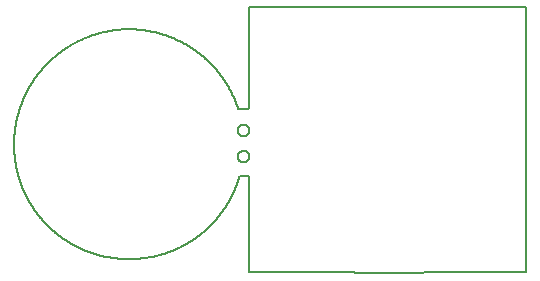
<source format=gm1>
G04 MADE WITH FRITZING*
G04 WWW.FRITZING.ORG*
G04 DOUBLE SIDED*
G04 HOLES PLATED*
G04 CONTOUR ON CENTER OF CONTOUR VECTOR*
%ASAXBY*%
%FSLAX23Y23*%
%MOIN*%
%OFA0B0*%
%SFA1.0B1.0*%
%ADD10C,0.005000*%
%ADD10C,0.008*%
%LNCONTOUR*%
G90*
G70*
G54D10*
G54D10*
X782Y886D02*
X782Y885D01*
X782Y549D01*
X781Y548D01*
X780Y548D01*
X779Y548D01*
X778Y548D01*
X777Y548D01*
X776Y548D01*
X775Y548D01*
X774Y548D01*
X773Y548D01*
X772Y548D01*
X771Y548D01*
X770Y548D01*
X769Y548D01*
X768Y548D01*
X767Y548D01*
X766Y548D01*
X765Y548D01*
X764Y548D01*
X763Y548D01*
X762Y548D01*
X761Y548D01*
X760Y548D01*
X759Y548D01*
X758Y548D01*
X757Y548D01*
X756Y548D01*
X755Y548D01*
X754Y548D01*
X753Y548D01*
X752Y548D01*
X751Y548D01*
X750Y548D01*
X749Y548D01*
X748Y548D01*
X747Y549D01*
X747Y550D01*
X746Y551D01*
X746Y553D01*
X745Y554D01*
X745Y556D01*
X744Y557D01*
X744Y558D01*
X743Y559D01*
X743Y561D01*
X742Y562D01*
X742Y564D01*
X741Y565D01*
X741Y567D01*
X740Y568D01*
X740Y569D01*
X739Y570D01*
X739Y572D01*
X738Y573D01*
X738Y574D01*
X737Y575D01*
X737Y577D01*
X736Y578D01*
X736Y579D01*
X735Y580D01*
X735Y581D01*
X734Y582D01*
X734Y584D01*
X733Y585D01*
X733Y586D01*
X732Y587D01*
X732Y588D01*
X731Y589D01*
X731Y590D01*
X730Y591D01*
X730Y592D01*
X729Y593D01*
X729Y594D01*
X728Y595D01*
X728Y597D01*
X727Y598D01*
X727Y599D01*
X726Y600D01*
X726Y601D01*
X725Y602D01*
X725Y603D01*
X724Y604D01*
X724Y605D01*
X723Y606D01*
X723Y607D01*
X722Y608D01*
X721Y609D01*
X721Y610D01*
X720Y611D01*
X720Y612D01*
X719Y613D01*
X719Y614D01*
X718Y615D01*
X718Y616D01*
X717Y617D01*
X717Y618D01*
X716Y619D01*
X715Y620D01*
X715Y621D01*
X714Y622D01*
X714Y623D01*
X713Y624D01*
X712Y625D01*
X712Y626D01*
X711Y627D01*
X711Y628D01*
X710Y629D01*
X710Y630D01*
X709Y631D01*
X708Y632D01*
X708Y633D01*
X707Y634D01*
X706Y635D01*
X706Y636D01*
X705Y637D01*
X704Y638D01*
X704Y639D01*
X703Y640D01*
X702Y641D01*
X702Y642D01*
X701Y643D01*
X701Y644D01*
X700Y645D01*
X699Y646D01*
X698Y647D01*
X698Y648D01*
X697Y649D01*
X696Y650D01*
X696Y651D01*
X695Y652D01*
X694Y653D01*
X693Y654D01*
X693Y655D01*
X692Y656D01*
X691Y657D01*
X691Y658D01*
X690Y659D01*
X689Y660D01*
X688Y661D01*
X688Y662D01*
X687Y663D01*
X686Y664D01*
X685Y665D01*
X684Y666D01*
X684Y667D01*
X683Y668D01*
X682Y669D01*
X681Y670D01*
X680Y671D01*
X680Y672D01*
X679Y673D01*
X678Y674D01*
X677Y675D01*
X676Y676D01*
X675Y677D01*
X675Y678D01*
X674Y679D01*
X673Y680D01*
X672Y681D01*
X671Y682D01*
X670Y683D01*
X669Y684D01*
X669Y685D01*
X668Y686D01*
X667Y687D01*
X666Y688D01*
X665Y689D01*
X664Y690D01*
X663Y691D01*
X662Y692D01*
X661Y693D01*
X660Y694D01*
X659Y695D01*
X658Y696D01*
X657Y697D01*
X656Y698D01*
X655Y699D01*
X654Y700D01*
X653Y701D01*
X652Y702D01*
X651Y703D01*
X650Y704D01*
X649Y705D01*
X648Y706D01*
X647Y707D01*
X646Y708D01*
X645Y709D01*
X644Y710D01*
X643Y711D01*
X642Y712D01*
X641Y713D01*
X640Y714D01*
X639Y715D01*
X638Y715D01*
X637Y716D01*
X636Y717D01*
X635Y718D01*
X634Y719D01*
X633Y720D01*
X632Y721D01*
X631Y722D01*
X630Y722D01*
X629Y723D01*
X628Y724D01*
X627Y725D01*
X626Y726D01*
X625Y726D01*
X624Y727D01*
X623Y728D01*
X622Y729D01*
X621Y730D01*
X620Y731D01*
X619Y731D01*
X618Y732D01*
X617Y733D01*
X616Y734D01*
X615Y734D01*
X614Y735D01*
X613Y736D01*
X612Y737D01*
X611Y737D01*
X610Y738D01*
X609Y739D01*
X608Y740D01*
X607Y740D01*
X606Y741D01*
X605Y742D01*
X604Y742D01*
X603Y743D01*
X602Y744D01*
X601Y744D01*
X600Y745D01*
X599Y746D01*
X598Y747D01*
X597Y747D01*
X596Y748D01*
X595Y749D01*
X594Y749D01*
X593Y750D01*
X592Y751D01*
X591Y751D01*
X590Y752D01*
X589Y752D01*
X588Y753D01*
X587Y754D01*
X586Y754D01*
X585Y755D01*
X584Y756D01*
X583Y756D01*
X582Y757D01*
X581Y757D01*
X580Y758D01*
X579Y759D01*
X578Y759D01*
X577Y760D01*
X576Y760D01*
X575Y761D01*
X574Y762D01*
X573Y762D01*
X572Y763D01*
X571Y763D01*
X570Y764D01*
X569Y764D01*
X568Y765D01*
X567Y765D01*
X566Y766D01*
X565Y767D01*
X564Y767D01*
X563Y768D01*
X562Y768D01*
X561Y769D01*
X560Y769D01*
X559Y770D01*
X558Y770D01*
X557Y771D01*
X556Y771D01*
X555Y772D01*
X554Y772D01*
X553Y773D01*
X552Y773D01*
X551Y774D01*
X550Y774D01*
X549Y775D01*
X548Y775D01*
X547Y776D01*
X546Y776D01*
X545Y777D01*
X544Y777D01*
X543Y778D01*
X542Y778D01*
X541Y778D01*
X540Y779D01*
X539Y779D01*
X538Y780D01*
X537Y780D01*
X536Y781D01*
X535Y781D01*
X534Y782D01*
X533Y782D01*
X532Y782D01*
X531Y783D01*
X530Y783D01*
X529Y784D01*
X528Y784D01*
X527Y784D01*
X526Y785D01*
X525Y785D01*
X524Y786D01*
X523Y786D01*
X522Y786D01*
X521Y787D01*
X520Y787D01*
X519Y788D01*
X518Y788D01*
X517Y788D01*
X516Y789D01*
X515Y789D01*
X514Y789D01*
X513Y790D01*
X512Y790D01*
X511Y791D01*
X510Y791D01*
X509Y791D01*
X508Y792D01*
X507Y792D01*
X506Y792D01*
X505Y793D01*
X504Y793D01*
X503Y793D01*
X502Y794D01*
X501Y794D01*
X500Y794D01*
X499Y795D01*
X498Y795D01*
X497Y795D01*
X496Y795D01*
X495Y796D01*
X494Y796D01*
X493Y796D01*
X492Y797D01*
X491Y797D01*
X490Y797D01*
X489Y798D01*
X488Y798D01*
X487Y798D01*
X486Y798D01*
X485Y799D01*
X484Y799D01*
X483Y799D01*
X482Y800D01*
X481Y800D01*
X480Y800D01*
X479Y800D01*
X478Y801D01*
X477Y801D01*
X476Y801D01*
X475Y801D01*
X474Y802D01*
X473Y802D01*
X472Y802D01*
X471Y802D01*
X470Y803D01*
X469Y803D01*
X468Y803D01*
X467Y803D01*
X466Y803D01*
X465Y804D01*
X464Y804D01*
X463Y804D01*
X462Y804D01*
X461Y805D01*
X460Y805D01*
X459Y805D01*
X458Y805D01*
X457Y805D01*
X456Y806D01*
X455Y806D01*
X454Y806D01*
X453Y806D01*
X452Y806D01*
X451Y806D01*
X450Y807D01*
X449Y807D01*
X448Y807D01*
X447Y807D01*
X446Y807D01*
X445Y808D01*
X444Y808D01*
X443Y808D01*
X442Y808D01*
X441Y808D01*
X440Y808D01*
X439Y808D01*
X438Y809D01*
X437Y809D01*
X436Y809D01*
X435Y809D01*
X434Y809D01*
X433Y809D01*
X432Y809D01*
X431Y810D01*
X430Y810D01*
X429Y810D01*
X428Y810D01*
X427Y810D01*
X426Y810D01*
X425Y810D01*
X424Y810D01*
X423Y810D01*
X422Y811D01*
X421Y811D01*
X420Y811D01*
X419Y811D01*
X418Y811D01*
X417Y811D01*
X416Y811D01*
X415Y811D01*
X414Y811D01*
X413Y811D01*
X412Y811D01*
X411Y811D01*
X410Y812D01*
X409Y812D01*
X408Y812D01*
X407Y812D01*
X406Y812D01*
X405Y812D01*
X404Y812D01*
X403Y812D01*
X402Y812D01*
X401Y812D01*
X400Y812D01*
X399Y812D01*
X398Y812D01*
X397Y812D01*
X396Y812D01*
X395Y812D01*
X394Y812D01*
X393Y812D01*
X392Y812D01*
X391Y812D01*
X390Y812D01*
X389Y812D01*
X388Y812D01*
X387Y812D01*
X386Y813D01*
X385Y813D01*
X384Y813D01*
X383Y813D01*
X382Y813D01*
X381Y813D01*
X380Y813D01*
X379Y813D01*
X378Y812D01*
X377Y812D01*
X376Y812D01*
X375Y812D01*
X374Y812D01*
X373Y812D01*
X372Y812D01*
X371Y812D01*
X370Y812D01*
X369Y812D01*
X368Y812D01*
X367Y812D01*
X366Y812D01*
X365Y812D01*
X364Y812D01*
X363Y812D01*
X362Y812D01*
X361Y812D01*
X360Y812D01*
X359Y812D01*
X358Y812D01*
X357Y812D01*
X356Y812D01*
X355Y812D01*
X354Y811D01*
X353Y811D01*
X352Y811D01*
X351Y811D01*
X350Y811D01*
X349Y811D01*
X348Y811D01*
X347Y811D01*
X346Y811D01*
X345Y811D01*
X344Y811D01*
X343Y810D01*
X342Y810D01*
X341Y810D01*
X340Y810D01*
X339Y810D01*
X338Y810D01*
X337Y810D01*
X336Y810D01*
X335Y810D01*
X334Y809D01*
X333Y809D01*
X332Y809D01*
X331Y809D01*
X330Y809D01*
X329Y809D01*
X328Y809D01*
X327Y808D01*
X326Y808D01*
X325Y808D01*
X324Y808D01*
X323Y808D01*
X322Y808D01*
X321Y808D01*
X320Y807D01*
X319Y807D01*
X318Y807D01*
X317Y807D01*
X316Y807D01*
X315Y807D01*
X314Y806D01*
X313Y806D01*
X312Y806D01*
X311Y806D01*
X310Y806D01*
X309Y805D01*
X308Y805D01*
X307Y805D01*
X306Y805D01*
X305Y805D01*
X304Y804D01*
X303Y804D01*
X302Y804D01*
X301Y804D01*
X300Y804D01*
X299Y803D01*
X298Y803D01*
X297Y803D01*
X296Y803D01*
X295Y802D01*
X294Y802D01*
X293Y802D01*
X292Y802D01*
X291Y801D01*
X290Y801D01*
X289Y801D01*
X288Y801D01*
X287Y800D01*
X286Y800D01*
X285Y800D01*
X284Y800D01*
X283Y799D01*
X282Y799D01*
X281Y799D01*
X280Y799D01*
X279Y798D01*
X278Y798D01*
X277Y798D01*
X276Y797D01*
X275Y797D01*
X274Y797D01*
X273Y796D01*
X272Y796D01*
X271Y796D01*
X270Y796D01*
X269Y795D01*
X268Y795D01*
X267Y795D01*
X266Y794D01*
X265Y794D01*
X264Y794D01*
X263Y793D01*
X262Y793D01*
X261Y793D01*
X260Y792D01*
X259Y792D01*
X258Y792D01*
X257Y791D01*
X256Y791D01*
X255Y791D01*
X254Y790D01*
X253Y790D01*
X252Y790D01*
X251Y789D01*
X250Y789D01*
X249Y788D01*
X248Y788D01*
X247Y788D01*
X246Y787D01*
X245Y787D01*
X244Y786D01*
X243Y786D01*
X242Y786D01*
X241Y785D01*
X240Y785D01*
X239Y784D01*
X238Y784D01*
X237Y784D01*
X236Y783D01*
X235Y783D01*
X234Y782D01*
X233Y782D01*
X232Y782D01*
X231Y781D01*
X230Y781D01*
X229Y780D01*
X228Y780D01*
X227Y779D01*
X226Y779D01*
X225Y778D01*
X224Y778D01*
X223Y778D01*
X222Y777D01*
X221Y777D01*
X220Y776D01*
X219Y776D01*
X218Y775D01*
X217Y775D01*
X216Y774D01*
X215Y774D01*
X214Y773D01*
X213Y773D01*
X212Y772D01*
X211Y772D01*
X210Y771D01*
X209Y771D01*
X208Y770D01*
X207Y770D01*
X206Y769D01*
X205Y769D01*
X204Y768D01*
X203Y768D01*
X202Y767D01*
X201Y767D01*
X200Y766D01*
X199Y766D01*
X198Y765D01*
X197Y764D01*
X196Y764D01*
X195Y763D01*
X194Y763D01*
X193Y762D01*
X192Y762D01*
X191Y761D01*
X190Y760D01*
X189Y760D01*
X188Y759D01*
X187Y759D01*
X186Y758D01*
X185Y757D01*
X184Y757D01*
X183Y756D01*
X182Y756D01*
X181Y755D01*
X180Y754D01*
X179Y754D01*
X178Y753D01*
X177Y752D01*
X176Y752D01*
X175Y751D01*
X174Y750D01*
X173Y750D01*
X172Y749D01*
X171Y749D01*
X170Y748D01*
X169Y747D01*
X168Y747D01*
X167Y746D01*
X166Y745D01*
X165Y744D01*
X164Y744D01*
X163Y743D01*
X162Y742D01*
X161Y742D01*
X160Y741D01*
X159Y740D01*
X158Y740D01*
X157Y739D01*
X156Y738D01*
X155Y737D01*
X154Y737D01*
X153Y736D01*
X152Y735D01*
X151Y734D01*
X150Y734D01*
X149Y733D01*
X148Y732D01*
X147Y731D01*
X146Y730D01*
X145Y730D01*
X144Y729D01*
X143Y728D01*
X142Y727D01*
X141Y726D01*
X140Y726D01*
X139Y725D01*
X138Y724D01*
X137Y723D01*
X136Y722D01*
X135Y721D01*
X134Y721D01*
X133Y720D01*
X132Y719D01*
X131Y718D01*
X130Y717D01*
X129Y716D01*
X128Y715D01*
X127Y714D01*
X126Y714D01*
X125Y713D01*
X124Y712D01*
X123Y711D01*
X122Y710D01*
X121Y709D01*
X120Y708D01*
X119Y707D01*
X118Y706D01*
X117Y705D01*
X116Y704D01*
X115Y703D01*
X114Y702D01*
X113Y701D01*
X112Y700D01*
X111Y699D01*
X110Y698D01*
X109Y697D01*
X108Y696D01*
X107Y695D01*
X106Y694D01*
X105Y693D01*
X104Y692D01*
X103Y691D01*
X102Y690D01*
X101Y689D01*
X100Y688D01*
X99Y687D01*
X98Y686D01*
X98Y685D01*
X97Y684D01*
X96Y683D01*
X95Y682D01*
X94Y681D01*
X93Y680D01*
X92Y679D01*
X92Y678D01*
X91Y677D01*
X90Y676D01*
X89Y675D01*
X88Y674D01*
X87Y673D01*
X86Y672D01*
X86Y671D01*
X85Y670D01*
X84Y669D01*
X83Y668D01*
X82Y667D01*
X82Y666D01*
X81Y665D01*
X80Y664D01*
X79Y663D01*
X79Y662D01*
X78Y661D01*
X77Y660D01*
X76Y659D01*
X75Y658D01*
X75Y657D01*
X74Y656D01*
X73Y655D01*
X73Y654D01*
X72Y653D01*
X71Y652D01*
X71Y651D01*
X70Y650D01*
X69Y649D01*
X68Y648D01*
X68Y647D01*
X67Y646D01*
X66Y645D01*
X66Y644D01*
X65Y643D01*
X64Y642D01*
X64Y641D01*
X63Y640D01*
X62Y639D01*
X62Y638D01*
X61Y637D01*
X60Y636D01*
X60Y635D01*
X59Y634D01*
X58Y633D01*
X58Y632D01*
X57Y631D01*
X57Y630D01*
X56Y629D01*
X55Y628D01*
X55Y627D01*
X54Y626D01*
X54Y625D01*
X53Y624D01*
X52Y623D01*
X52Y622D01*
X51Y621D01*
X51Y620D01*
X50Y619D01*
X50Y618D01*
X49Y617D01*
X48Y616D01*
X48Y615D01*
X47Y614D01*
X47Y613D01*
X46Y612D01*
X46Y611D01*
X45Y610D01*
X45Y609D01*
X44Y608D01*
X44Y607D01*
X43Y606D01*
X43Y605D01*
X42Y604D01*
X42Y603D01*
X41Y602D01*
X40Y601D01*
X40Y600D01*
X39Y599D01*
X39Y598D01*
X38Y597D01*
X38Y596D01*
X37Y595D01*
X37Y593D01*
X36Y592D01*
X36Y591D01*
X35Y590D01*
X35Y589D01*
X34Y588D01*
X34Y587D01*
X33Y586D01*
X33Y585D01*
X32Y584D01*
X32Y582D01*
X31Y581D01*
X31Y580D01*
X30Y579D01*
X30Y578D01*
X29Y577D01*
X29Y575D01*
X28Y574D01*
X28Y573D01*
X27Y572D01*
X27Y570D01*
X26Y569D01*
X26Y568D01*
X25Y567D01*
X25Y565D01*
X24Y564D01*
X24Y562D01*
X23Y561D01*
X23Y560D01*
X22Y559D01*
X22Y557D01*
X21Y556D01*
X21Y554D01*
X20Y553D01*
X20Y551D01*
X19Y550D01*
X19Y548D01*
X18Y547D01*
X18Y545D01*
X17Y544D01*
X17Y542D01*
X16Y541D01*
X16Y538D01*
X15Y537D01*
X15Y535D01*
X14Y534D01*
X14Y531D01*
X13Y530D01*
X13Y527D01*
X12Y526D01*
X12Y524D01*
X11Y523D01*
X11Y519D01*
X10Y518D01*
X10Y515D01*
X9Y514D01*
X9Y511D01*
X8Y510D01*
X8Y506D01*
X7Y505D01*
X7Y501D01*
X6Y500D01*
X6Y495D01*
X5Y494D01*
X5Y489D01*
X4Y488D01*
X4Y482D01*
X3Y481D01*
X3Y474D01*
X2Y473D01*
X2Y464D01*
X1Y463D01*
X1Y450D01*
X0Y449D01*
X0Y410D01*
X1Y409D01*
X1Y396D01*
X2Y395D01*
X2Y386D01*
X3Y385D01*
X3Y378D01*
X4Y377D01*
X4Y371D01*
X5Y370D01*
X5Y365D01*
X6Y364D01*
X6Y360D01*
X7Y359D01*
X7Y354D01*
X8Y353D01*
X8Y350D01*
X9Y349D01*
X9Y345D01*
X10Y344D01*
X10Y341D01*
X11Y340D01*
X11Y337D01*
X12Y336D01*
X12Y333D01*
X13Y332D01*
X13Y329D01*
X14Y328D01*
X14Y325D01*
X15Y324D01*
X15Y322D01*
X16Y321D01*
X16Y319D01*
X17Y318D01*
X17Y315D01*
X18Y314D01*
X18Y312D01*
X19Y311D01*
X19Y309D01*
X20Y308D01*
X20Y306D01*
X21Y305D01*
X21Y303D01*
X22Y302D01*
X22Y301D01*
X23Y300D01*
X23Y298D01*
X24Y297D01*
X24Y295D01*
X25Y294D01*
X25Y293D01*
X26Y292D01*
X26Y290D01*
X27Y289D01*
X27Y288D01*
X28Y287D01*
X28Y285D01*
X29Y284D01*
X29Y282D01*
X30Y281D01*
X30Y280D01*
X31Y279D01*
X31Y278D01*
X32Y277D01*
X32Y276D01*
X33Y275D01*
X33Y273D01*
X34Y272D01*
X34Y271D01*
X35Y270D01*
X35Y269D01*
X36Y268D01*
X36Y267D01*
X37Y266D01*
X37Y265D01*
X38Y264D01*
X38Y263D01*
X39Y262D01*
X39Y261D01*
X40Y260D01*
X40Y259D01*
X41Y258D01*
X41Y257D01*
X42Y256D01*
X42Y255D01*
X43Y254D01*
X43Y253D01*
X44Y252D01*
X44Y251D01*
X45Y250D01*
X45Y249D01*
X46Y248D01*
X46Y247D01*
X47Y246D01*
X47Y245D01*
X48Y244D01*
X48Y243D01*
X49Y242D01*
X50Y241D01*
X50Y240D01*
X51Y239D01*
X51Y238D01*
X52Y237D01*
X53Y236D01*
X53Y235D01*
X54Y234D01*
X54Y233D01*
X55Y232D01*
X55Y231D01*
X56Y230D01*
X57Y229D01*
X57Y228D01*
X58Y227D01*
X59Y226D01*
X59Y225D01*
X60Y224D01*
X60Y223D01*
X61Y222D01*
X62Y221D01*
X62Y220D01*
X63Y219D01*
X64Y218D01*
X64Y217D01*
X65Y216D01*
X66Y215D01*
X66Y214D01*
X67Y213D01*
X68Y212D01*
X68Y211D01*
X69Y210D01*
X70Y209D01*
X71Y208D01*
X71Y207D01*
X72Y206D01*
X73Y205D01*
X73Y204D01*
X74Y203D01*
X75Y202D01*
X76Y201D01*
X76Y200D01*
X77Y199D01*
X78Y198D01*
X79Y197D01*
X79Y196D01*
X80Y195D01*
X81Y194D01*
X82Y193D01*
X83Y192D01*
X83Y191D01*
X84Y190D01*
X85Y189D01*
X86Y188D01*
X87Y187D01*
X87Y186D01*
X88Y185D01*
X89Y184D01*
X90Y183D01*
X91Y182D01*
X92Y181D01*
X92Y180D01*
X93Y179D01*
X94Y178D01*
X95Y177D01*
X96Y176D01*
X97Y175D01*
X98Y174D01*
X99Y173D01*
X99Y172D01*
X100Y171D01*
X101Y170D01*
X102Y169D01*
X103Y168D01*
X104Y167D01*
X105Y166D01*
X106Y165D01*
X107Y164D01*
X108Y163D01*
X109Y162D01*
X110Y161D01*
X111Y160D01*
X112Y159D01*
X113Y158D01*
X114Y157D01*
X115Y156D01*
X116Y155D01*
X117Y154D01*
X118Y153D01*
X119Y152D01*
X120Y151D01*
X121Y150D01*
X122Y149D01*
X123Y148D01*
X124Y147D01*
X125Y146D01*
X126Y146D01*
X127Y145D01*
X128Y144D01*
X129Y143D01*
X130Y142D01*
X131Y141D01*
X132Y140D01*
X133Y139D01*
X134Y139D01*
X135Y138D01*
X136Y137D01*
X137Y136D01*
X138Y135D01*
X139Y134D01*
X140Y133D01*
X141Y133D01*
X142Y132D01*
X143Y131D01*
X144Y130D01*
X145Y130D01*
X146Y129D01*
X147Y128D01*
X148Y127D01*
X149Y126D01*
X150Y126D01*
X151Y125D01*
X152Y124D01*
X153Y123D01*
X154Y122D01*
X155Y122D01*
X156Y121D01*
X157Y120D01*
X158Y120D01*
X159Y119D01*
X160Y118D01*
X161Y118D01*
X162Y117D01*
X163Y116D01*
X164Y115D01*
X165Y115D01*
X166Y114D01*
X167Y113D01*
X168Y113D01*
X169Y112D01*
X170Y111D01*
X171Y111D01*
X172Y110D01*
X173Y109D01*
X174Y109D01*
X175Y108D01*
X176Y107D01*
X177Y107D01*
X178Y106D01*
X179Y105D01*
X180Y105D01*
X181Y104D01*
X182Y104D01*
X183Y103D01*
X184Y102D01*
X185Y102D01*
X186Y101D01*
X187Y101D01*
X188Y100D01*
X189Y99D01*
X190Y99D01*
X191Y98D01*
X192Y98D01*
X193Y97D01*
X194Y96D01*
X195Y96D01*
X196Y95D01*
X197Y95D01*
X198Y94D01*
X199Y94D01*
X200Y93D01*
X201Y93D01*
X202Y92D01*
X203Y91D01*
X204Y91D01*
X205Y90D01*
X206Y90D01*
X207Y89D01*
X208Y89D01*
X209Y88D01*
X210Y88D01*
X211Y87D01*
X212Y87D01*
X213Y86D01*
X214Y86D01*
X215Y85D01*
X216Y85D01*
X217Y84D01*
X218Y84D01*
X219Y83D01*
X220Y83D01*
X221Y83D01*
X222Y82D01*
X223Y82D01*
X224Y81D01*
X225Y81D01*
X226Y80D01*
X227Y80D01*
X228Y79D01*
X229Y79D01*
X230Y78D01*
X231Y78D01*
X232Y78D01*
X233Y77D01*
X234Y77D01*
X235Y76D01*
X236Y76D01*
X237Y75D01*
X238Y75D01*
X239Y75D01*
X240Y74D01*
X241Y74D01*
X242Y73D01*
X243Y73D01*
X244Y73D01*
X245Y72D01*
X246Y72D01*
X247Y72D01*
X248Y71D01*
X249Y71D01*
X250Y70D01*
X251Y70D01*
X252Y70D01*
X253Y69D01*
X254Y69D01*
X255Y69D01*
X256Y68D01*
X257Y68D01*
X258Y68D01*
X259Y67D01*
X260Y67D01*
X261Y67D01*
X262Y66D01*
X263Y66D01*
X264Y66D01*
X265Y65D01*
X266Y65D01*
X267Y65D01*
X268Y64D01*
X269Y64D01*
X270Y64D01*
X271Y63D01*
X272Y63D01*
X273Y63D01*
X274Y62D01*
X275Y62D01*
X276Y62D01*
X277Y61D01*
X278Y61D01*
X279Y61D01*
X280Y61D01*
X281Y60D01*
X282Y60D01*
X283Y60D01*
X284Y60D01*
X285Y59D01*
X286Y59D01*
X287Y59D01*
X288Y58D01*
X289Y58D01*
X290Y58D01*
X291Y58D01*
X292Y57D01*
X293Y57D01*
X294Y57D01*
X295Y57D01*
X296Y57D01*
X297Y56D01*
X298Y56D01*
X299Y56D01*
X300Y56D01*
X301Y55D01*
X302Y55D01*
X303Y55D01*
X304Y55D01*
X305Y55D01*
X306Y54D01*
X307Y54D01*
X308Y54D01*
X309Y54D01*
X310Y54D01*
X311Y53D01*
X312Y53D01*
X313Y53D01*
X314Y53D01*
X315Y53D01*
X316Y52D01*
X317Y52D01*
X318Y52D01*
X319Y52D01*
X320Y52D01*
X321Y52D01*
X322Y51D01*
X323Y51D01*
X324Y51D01*
X325Y51D01*
X326Y51D01*
X327Y51D01*
X328Y51D01*
X329Y50D01*
X330Y50D01*
X331Y50D01*
X332Y50D01*
X333Y50D01*
X334Y50D01*
X335Y50D01*
X336Y49D01*
X337Y49D01*
X338Y49D01*
X339Y49D01*
X340Y49D01*
X341Y49D01*
X342Y49D01*
X343Y49D01*
X344Y49D01*
X345Y48D01*
X346Y48D01*
X347Y48D01*
X348Y48D01*
X349Y48D01*
X350Y48D01*
X351Y48D01*
X352Y48D01*
X353Y48D01*
X354Y48D01*
X355Y48D01*
X356Y48D01*
X357Y47D01*
X358Y47D01*
X359Y47D01*
X360Y47D01*
X361Y47D01*
X362Y47D01*
X363Y47D01*
X364Y47D01*
X365Y47D01*
X366Y47D01*
X367Y47D01*
X368Y47D01*
X369Y47D01*
X370Y47D01*
X371Y47D01*
X372Y47D01*
X373Y47D01*
X374Y47D01*
X375Y47D01*
X376Y47D01*
X377Y47D01*
X378Y47D01*
X379Y47D01*
X380Y47D01*
X381Y47D01*
X382Y47D01*
X383Y47D01*
X384Y47D01*
X385Y47D01*
X386Y47D01*
X387Y47D01*
X388Y47D01*
X389Y47D01*
X390Y47D01*
X391Y47D01*
X392Y47D01*
X393Y47D01*
X394Y47D01*
X395Y47D01*
X396Y47D01*
X397Y47D01*
X398Y47D01*
X399Y47D01*
X400Y47D01*
X401Y47D01*
X402Y47D01*
X403Y47D01*
X404Y47D01*
X405Y47D01*
X406Y47D01*
X407Y47D01*
X408Y47D01*
X409Y48D01*
X410Y48D01*
X411Y48D01*
X412Y48D01*
X413Y48D01*
X414Y48D01*
X415Y48D01*
X416Y48D01*
X417Y48D01*
X418Y48D01*
X419Y48D01*
X420Y48D01*
X421Y49D01*
X422Y49D01*
X423Y49D01*
X424Y49D01*
X425Y49D01*
X426Y49D01*
X427Y49D01*
X428Y49D01*
X429Y49D01*
X430Y49D01*
X431Y50D01*
X432Y50D01*
X433Y50D01*
X434Y50D01*
X435Y50D01*
X436Y50D01*
X437Y50D01*
X438Y51D01*
X439Y51D01*
X440Y51D01*
X441Y51D01*
X442Y51D01*
X443Y51D01*
X444Y51D01*
X445Y52D01*
X446Y52D01*
X447Y52D01*
X448Y52D01*
X449Y52D01*
X450Y52D01*
X451Y53D01*
X452Y53D01*
X453Y53D01*
X454Y53D01*
X455Y53D01*
X456Y54D01*
X457Y54D01*
X458Y54D01*
X459Y54D01*
X460Y54D01*
X461Y55D01*
X462Y55D01*
X463Y55D01*
X464Y55D01*
X465Y55D01*
X466Y56D01*
X467Y56D01*
X468Y56D01*
X469Y56D01*
X470Y57D01*
X471Y57D01*
X472Y57D01*
X473Y57D01*
X474Y58D01*
X475Y58D01*
X476Y58D01*
X477Y58D01*
X478Y58D01*
X479Y59D01*
X480Y59D01*
X481Y59D01*
X482Y60D01*
X483Y60D01*
X484Y60D01*
X485Y60D01*
X486Y61D01*
X487Y61D01*
X488Y61D01*
X489Y61D01*
X490Y62D01*
X491Y62D01*
X492Y62D01*
X493Y63D01*
X494Y63D01*
X495Y63D01*
X496Y64D01*
X497Y64D01*
X498Y64D01*
X499Y65D01*
X500Y65D01*
X501Y65D01*
X502Y65D01*
X503Y66D01*
X504Y66D01*
X505Y66D01*
X506Y67D01*
X507Y67D01*
X508Y67D01*
X509Y68D01*
X510Y68D01*
X511Y69D01*
X512Y69D01*
X513Y69D01*
X514Y70D01*
X515Y70D01*
X516Y70D01*
X517Y71D01*
X518Y71D01*
X519Y71D01*
X520Y72D01*
X521Y72D01*
X522Y73D01*
X523Y73D01*
X524Y73D01*
X525Y74D01*
X526Y74D01*
X527Y75D01*
X528Y75D01*
X529Y75D01*
X530Y76D01*
X531Y76D01*
X532Y77D01*
X533Y77D01*
X534Y77D01*
X535Y78D01*
X536Y78D01*
X537Y79D01*
X538Y79D01*
X539Y80D01*
X540Y80D01*
X541Y81D01*
X542Y81D01*
X543Y82D01*
X544Y82D01*
X545Y82D01*
X546Y83D01*
X547Y83D01*
X548Y84D01*
X549Y84D01*
X550Y85D01*
X551Y85D01*
X552Y86D01*
X553Y86D01*
X554Y87D01*
X555Y87D01*
X556Y88D01*
X557Y88D01*
X558Y89D01*
X559Y89D01*
X560Y90D01*
X561Y90D01*
X562Y91D01*
X563Y91D01*
X564Y92D01*
X565Y92D01*
X566Y93D01*
X567Y94D01*
X568Y94D01*
X569Y95D01*
X570Y95D01*
X571Y96D01*
X572Y96D01*
X573Y97D01*
X574Y97D01*
X575Y98D01*
X576Y99D01*
X577Y99D01*
X578Y100D01*
X579Y100D01*
X580Y101D01*
X581Y102D01*
X582Y102D01*
X583Y103D01*
X584Y103D01*
X585Y104D01*
X586Y105D01*
X587Y105D01*
X588Y106D01*
X589Y106D01*
X590Y107D01*
X591Y108D01*
X592Y108D01*
X593Y109D01*
X594Y110D01*
X595Y110D01*
X596Y111D01*
X597Y112D01*
X598Y112D01*
X599Y113D01*
X600Y114D01*
X601Y114D01*
X602Y115D01*
X603Y116D01*
X604Y117D01*
X605Y117D01*
X606Y118D01*
X607Y119D01*
X608Y119D01*
X609Y120D01*
X610Y121D01*
X611Y122D01*
X612Y122D01*
X613Y123D01*
X614Y124D01*
X615Y125D01*
X616Y125D01*
X617Y126D01*
X618Y127D01*
X619Y128D01*
X620Y128D01*
X621Y129D01*
X622Y130D01*
X623Y131D01*
X624Y132D01*
X625Y132D01*
X626Y133D01*
X627Y134D01*
X628Y135D01*
X629Y136D01*
X630Y137D01*
X631Y137D01*
X632Y138D01*
X633Y139D01*
X634Y140D01*
X635Y141D01*
X636Y142D01*
X637Y143D01*
X638Y143D01*
X639Y144D01*
X640Y145D01*
X641Y146D01*
X642Y147D01*
X643Y148D01*
X644Y149D01*
X645Y150D01*
X646Y151D01*
X647Y152D01*
X648Y153D01*
X649Y154D01*
X650Y155D01*
X651Y156D01*
X652Y157D01*
X653Y158D01*
X654Y159D01*
X655Y160D01*
X656Y161D01*
X657Y162D01*
X658Y163D01*
X659Y164D01*
X660Y165D01*
X661Y166D01*
X662Y167D01*
X663Y168D01*
X664Y169D01*
X665Y170D01*
X666Y171D01*
X667Y172D01*
X668Y173D01*
X669Y174D01*
X670Y175D01*
X670Y176D01*
X671Y177D01*
X672Y178D01*
X673Y179D01*
X674Y180D01*
X675Y181D01*
X676Y182D01*
X676Y183D01*
X677Y184D01*
X678Y185D01*
X679Y186D01*
X680Y187D01*
X681Y188D01*
X681Y189D01*
X682Y190D01*
X683Y191D01*
X684Y192D01*
X685Y193D01*
X685Y194D01*
X686Y195D01*
X687Y196D01*
X688Y197D01*
X688Y198D01*
X689Y199D01*
X690Y200D01*
X691Y201D01*
X691Y202D01*
X692Y203D01*
X693Y204D01*
X694Y205D01*
X694Y206D01*
X695Y207D01*
X696Y208D01*
X697Y209D01*
X697Y210D01*
X698Y211D01*
X699Y212D01*
X699Y213D01*
X700Y214D01*
X701Y215D01*
X701Y216D01*
X702Y217D01*
X703Y218D01*
X703Y219D01*
X704Y220D01*
X705Y221D01*
X705Y222D01*
X706Y223D01*
X707Y224D01*
X707Y225D01*
X708Y226D01*
X708Y227D01*
X709Y228D01*
X710Y229D01*
X710Y230D01*
X711Y231D01*
X711Y232D01*
X712Y233D01*
X713Y234D01*
X713Y235D01*
X714Y236D01*
X714Y237D01*
X715Y238D01*
X716Y239D01*
X716Y240D01*
X717Y241D01*
X717Y242D01*
X718Y243D01*
X718Y244D01*
X719Y245D01*
X719Y246D01*
X720Y247D01*
X721Y248D01*
X721Y249D01*
X722Y250D01*
X722Y251D01*
X723Y252D01*
X723Y253D01*
X724Y254D01*
X724Y255D01*
X725Y256D01*
X725Y257D01*
X726Y258D01*
X726Y259D01*
X727Y260D01*
X727Y261D01*
X728Y262D01*
X728Y263D01*
X729Y264D01*
X729Y265D01*
X730Y266D01*
X730Y267D01*
X731Y268D01*
X731Y270D01*
X732Y271D01*
X732Y272D01*
X733Y273D01*
X733Y274D01*
X734Y275D01*
X734Y276D01*
X735Y277D01*
X735Y279D01*
X736Y280D01*
X736Y281D01*
X737Y282D01*
X737Y283D01*
X738Y284D01*
X738Y286D01*
X739Y287D01*
X739Y288D01*
X740Y289D01*
X740Y291D01*
X741Y292D01*
X741Y294D01*
X742Y295D01*
X742Y296D01*
X743Y297D01*
X743Y299D01*
X744Y300D01*
X744Y302D01*
X745Y303D01*
X745Y305D01*
X746Y306D01*
X746Y308D01*
X747Y309D01*
X747Y311D01*
X748Y312D01*
X748Y314D01*
X749Y315D01*
X749Y317D01*
X750Y318D01*
X750Y320D01*
X751Y321D01*
X752Y322D01*
X753Y322D01*
X754Y322D01*
X755Y322D01*
X756Y322D01*
X757Y322D01*
X758Y322D01*
X759Y322D01*
X760Y322D01*
X761Y322D01*
X762Y322D01*
X763Y322D01*
X764Y322D01*
X765Y322D01*
X766Y322D01*
X767Y322D01*
X768Y322D01*
X769Y322D01*
X770Y322D01*
X771Y322D01*
X772Y322D01*
X773Y322D01*
X774Y322D01*
X775Y322D01*
X776Y322D01*
X777Y322D01*
X778Y322D01*
X779Y322D01*
X780Y322D01*
X781Y322D01*
X782Y321D01*
X782Y2D01*
X783Y2D01*
X784Y2D01*
X785Y2D01*
X786Y2D01*
X787Y2D01*
X788Y2D01*
X789Y2D01*
X790Y2D01*
X791Y2D01*
X792Y2D01*
X793Y2D01*
X794Y2D01*
X795Y2D01*
X796Y2D01*
X797Y2D01*
X798Y2D01*
X799Y2D01*
X800Y2D01*
X801Y2D01*
X802Y2D01*
X803Y2D01*
X804Y2D01*
X805Y2D01*
X806Y2D01*
X807Y2D01*
X808Y2D01*
X809Y2D01*
X810Y2D01*
X811Y2D01*
X812Y2D01*
X813Y2D01*
X814Y2D01*
X815Y2D01*
X816Y2D01*
X817Y2D01*
X818Y2D01*
X819Y2D01*
X820Y2D01*
X821Y2D01*
X822Y2D01*
X823Y2D01*
X824Y2D01*
X825Y2D01*
X826Y2D01*
X827Y2D01*
X828Y2D01*
X829Y2D01*
X830Y2D01*
X831Y2D01*
X832Y2D01*
X833Y2D01*
X834Y2D01*
X835Y2D01*
X836Y2D01*
X837Y2D01*
X838Y2D01*
X839Y2D01*
X840Y2D01*
X841Y2D01*
X842Y2D01*
X843Y2D01*
X844Y2D01*
X845Y2D01*
X846Y2D01*
X847Y2D01*
X848Y2D01*
X849Y2D01*
X850Y2D01*
X851Y2D01*
X852Y2D01*
X853Y2D01*
X854Y2D01*
X855Y2D01*
X856Y2D01*
X857Y2D01*
X858Y2D01*
X859Y2D01*
X860Y2D01*
X861Y2D01*
X862Y2D01*
X863Y2D01*
X864Y2D01*
X865Y2D01*
X866Y2D01*
X867Y2D01*
X868Y2D01*
X869Y2D01*
X870Y2D01*
X871Y2D01*
X872Y2D01*
X873Y2D01*
X874Y2D01*
X875Y2D01*
X876Y2D01*
X877Y2D01*
X878Y2D01*
X879Y2D01*
X880Y2D01*
X881Y2D01*
X882Y2D01*
X883Y2D01*
X884Y2D01*
X885Y2D01*
X886Y2D01*
X887Y2D01*
X888Y2D01*
X889Y2D01*
X890Y2D01*
X891Y2D01*
X892Y2D01*
X893Y2D01*
X894Y2D01*
X895Y2D01*
X896Y2D01*
X897Y2D01*
X898Y2D01*
X899Y2D01*
X900Y2D01*
X901Y2D01*
X902Y2D01*
X903Y2D01*
X904Y2D01*
X905Y2D01*
X906Y2D01*
X907Y2D01*
X908Y2D01*
X909Y2D01*
X910Y2D01*
X911Y2D01*
X912Y2D01*
X913Y2D01*
X914Y2D01*
X915Y2D01*
X916Y2D01*
X917Y2D01*
X918Y2D01*
X919Y2D01*
X920Y2D01*
X921Y2D01*
X922Y2D01*
X923Y2D01*
X924Y2D01*
X925Y2D01*
X926Y2D01*
X927Y2D01*
X928Y2D01*
X929Y2D01*
X930Y2D01*
X931Y2D01*
X932Y2D01*
X933Y2D01*
X934Y2D01*
X935Y2D01*
X936Y2D01*
X937Y2D01*
X938Y2D01*
X939Y2D01*
X940Y2D01*
X941Y2D01*
X942Y2D01*
X943Y2D01*
X944Y2D01*
X945Y2D01*
X946Y2D01*
X947Y2D01*
X948Y2D01*
X949Y2D01*
X950Y2D01*
X951Y2D01*
X952Y2D01*
X953Y2D01*
X954Y2D01*
X955Y2D01*
X956Y2D01*
X957Y2D01*
X958Y2D01*
X959Y2D01*
X960Y2D01*
X961Y2D01*
X962Y2D01*
X963Y2D01*
X964Y2D01*
X965Y2D01*
X966Y2D01*
X967Y2D01*
X968Y2D01*
X969Y2D01*
X970Y2D01*
X971Y2D01*
X972Y2D01*
X973Y2D01*
X974Y2D01*
X975Y2D01*
X976Y2D01*
X977Y2D01*
X978Y2D01*
X979Y2D01*
X980Y2D01*
X981Y2D01*
X982Y2D01*
X983Y2D01*
X984Y2D01*
X985Y2D01*
X986Y2D01*
X987Y2D01*
X988Y2D01*
X989Y2D01*
X990Y2D01*
X991Y2D01*
X992Y2D01*
X993Y2D01*
X994Y2D01*
X995Y2D01*
X996Y2D01*
X997Y2D01*
X998Y2D01*
X999Y2D01*
X1000Y2D01*
X1001Y2D01*
X1002Y2D01*
X1003Y2D01*
X1004Y2D01*
X1005Y2D01*
X1006Y2D01*
X1007Y2D01*
X1008Y2D01*
X1009Y2D01*
X1010Y2D01*
X1011Y2D01*
X1012Y2D01*
X1013Y2D01*
X1014Y2D01*
X1015Y2D01*
X1016Y2D01*
X1017Y2D01*
X1018Y2D01*
X1019Y2D01*
X1020Y2D01*
X1021Y2D01*
X1022Y2D01*
X1023Y2D01*
X1024Y2D01*
X1025Y2D01*
X1026Y2D01*
X1027Y2D01*
X1028Y2D01*
X1029Y2D01*
X1030Y2D01*
X1031Y2D01*
X1032Y2D01*
X1033Y2D01*
X1034Y2D01*
X1035Y2D01*
X1036Y2D01*
X1037Y2D01*
X1038Y2D01*
X1039Y2D01*
X1040Y2D01*
X1041Y2D01*
X1042Y2D01*
X1043Y2D01*
X1044Y2D01*
X1045Y2D01*
X1046Y2D01*
X1047Y2D01*
X1048Y2D01*
X1049Y2D01*
X1050Y2D01*
X1051Y2D01*
X1052Y2D01*
X1053Y2D01*
X1054Y2D01*
X1055Y2D01*
X1056Y2D01*
X1057Y2D01*
X1058Y2D01*
X1059Y2D01*
X1060Y2D01*
X1061Y2D01*
X1062Y2D01*
X1063Y2D01*
X1064Y2D01*
X1065Y2D01*
X1066Y2D01*
X1067Y2D01*
X1068Y2D01*
X1069Y2D01*
X1070Y2D01*
X1071Y2D01*
X1072Y2D01*
X1073Y2D01*
X1074Y2D01*
X1075Y2D01*
X1076Y2D01*
X1077Y2D01*
X1078Y2D01*
X1079Y2D01*
X1080Y2D01*
X1081Y2D01*
X1082Y2D01*
X1083Y2D01*
X1084Y2D01*
X1085Y2D01*
X1086Y2D01*
X1087Y2D01*
X1088Y2D01*
X1089Y2D01*
X1090Y2D01*
X1091Y2D01*
X1092Y2D01*
X1093Y2D01*
X1094Y2D01*
X1095Y2D01*
X1096Y2D01*
X1097Y2D01*
X1098Y2D01*
X1099Y2D01*
X1100Y2D01*
X1101Y2D01*
X1102Y2D01*
X1103Y2D01*
X1104Y2D01*
X1105Y2D01*
X1106Y2D01*
X1107Y2D01*
X1108Y2D01*
X1109Y2D01*
X1110Y2D01*
X1111Y2D01*
X1112Y2D01*
X1113Y2D01*
X1114Y2D01*
X1115Y2D01*
X1116Y2D01*
X1117Y2D01*
X1118Y2D01*
X1119Y2D01*
X1120Y2D01*
X1121Y2D01*
X1122Y2D01*
X1123Y2D01*
X1124Y2D01*
X1125Y2D01*
X1126Y2D01*
X1127Y2D01*
X1128Y2D01*
X1129Y2D01*
X1130Y2D01*
X1131Y2D01*
X1132Y2D01*
X1133Y2D01*
X1134Y2D01*
X1135Y2D01*
X1136Y2D01*
X1137Y2D01*
X1138Y1D01*
X1138Y0D01*
X1139Y0D01*
X1140Y0D01*
X1141Y0D01*
X1142Y0D01*
X1143Y0D01*
X1144Y0D01*
X1145Y0D01*
X1146Y0D01*
X1147Y0D01*
X1148Y0D01*
X1149Y0D01*
X1150Y0D01*
X1151Y0D01*
X1152Y0D01*
X1153Y0D01*
X1154Y0D01*
X1155Y0D01*
X1156Y0D01*
X1157Y0D01*
X1158Y0D01*
X1159Y0D01*
X1160Y0D01*
X1161Y0D01*
X1162Y0D01*
X1163Y0D01*
X1164Y0D01*
X1165Y0D01*
X1166Y0D01*
X1167Y0D01*
X1168Y0D01*
X1169Y0D01*
X1170Y0D01*
X1171Y0D01*
X1172Y0D01*
X1173Y0D01*
X1174Y0D01*
X1175Y0D01*
X1176Y0D01*
X1177Y0D01*
X1178Y0D01*
X1179Y0D01*
X1180Y0D01*
X1181Y0D01*
X1182Y0D01*
X1183Y0D01*
X1184Y0D01*
X1185Y0D01*
X1186Y0D01*
X1187Y0D01*
X1188Y0D01*
X1189Y0D01*
X1190Y0D01*
X1191Y0D01*
X1192Y0D01*
X1193Y0D01*
X1194Y0D01*
X1195Y0D01*
X1196Y0D01*
X1197Y0D01*
X1198Y0D01*
X1199Y0D01*
X1200Y0D01*
X1201Y0D01*
X1202Y0D01*
X1203Y0D01*
X1204Y0D01*
X1205Y0D01*
X1206Y0D01*
X1207Y0D01*
X1208Y0D01*
X1209Y0D01*
X1210Y0D01*
X1211Y0D01*
X1212Y0D01*
X1213Y0D01*
X1214Y0D01*
X1215Y0D01*
X1216Y0D01*
X1217Y0D01*
X1218Y0D01*
X1219Y0D01*
X1220Y0D01*
X1221Y0D01*
X1222Y0D01*
X1223Y0D01*
X1224Y0D01*
X1225Y0D01*
X1226Y0D01*
X1227Y0D01*
X1228Y0D01*
X1229Y0D01*
X1230Y0D01*
X1231Y0D01*
X1232Y0D01*
X1233Y0D01*
X1234Y0D01*
X1235Y0D01*
X1236Y0D01*
X1237Y0D01*
X1238Y0D01*
X1239Y0D01*
X1240Y0D01*
X1241Y0D01*
X1242Y0D01*
X1243Y0D01*
X1244Y0D01*
X1245Y0D01*
X1246Y0D01*
X1247Y0D01*
X1248Y0D01*
X1249Y0D01*
X1250Y0D01*
X1251Y0D01*
X1252Y0D01*
X1253Y0D01*
X1254Y0D01*
X1255Y0D01*
X1256Y0D01*
X1257Y0D01*
X1258Y0D01*
X1259Y0D01*
X1260Y0D01*
X1261Y0D01*
X1262Y0D01*
X1263Y0D01*
X1264Y0D01*
X1265Y0D01*
X1266Y0D01*
X1267Y0D01*
X1268Y0D01*
X1269Y0D01*
X1270Y0D01*
X1271Y0D01*
X1272Y0D01*
X1273Y0D01*
X1274Y0D01*
X1275Y0D01*
X1276Y0D01*
X1277Y0D01*
X1278Y0D01*
X1279Y0D01*
X1280Y0D01*
X1281Y0D01*
X1282Y0D01*
X1283Y0D01*
X1284Y0D01*
X1285Y0D01*
X1286Y0D01*
X1287Y0D01*
X1288Y0D01*
X1289Y0D01*
X1290Y0D01*
X1291Y0D01*
X1292Y0D01*
X1293Y0D01*
X1294Y0D01*
X1295Y0D01*
X1296Y0D01*
X1297Y0D01*
X1298Y0D01*
X1299Y0D01*
X1300Y0D01*
X1301Y0D01*
X1302Y0D01*
X1303Y0D01*
X1304Y0D01*
X1305Y0D01*
X1306Y0D01*
X1307Y0D01*
X1308Y0D01*
X1309Y0D01*
X1310Y0D01*
X1311Y0D01*
X1312Y0D01*
X1313Y0D01*
X1314Y0D01*
X1315Y0D01*
X1316Y0D01*
X1317Y0D01*
X1318Y0D01*
X1319Y0D01*
X1320Y0D01*
X1321Y0D01*
X1322Y0D01*
X1323Y0D01*
X1324Y0D01*
X1325Y0D01*
X1326Y0D01*
X1327Y0D01*
X1328Y0D01*
X1329Y0D01*
X1330Y0D01*
X1331Y0D01*
X1332Y0D01*
X1333Y0D01*
X1334Y0D01*
X1335Y0D01*
X1336Y0D01*
X1337Y0D01*
X1338Y0D01*
X1339Y0D01*
X1340Y0D01*
X1341Y0D01*
X1342Y0D01*
X1343Y0D01*
X1344Y0D01*
X1345Y0D01*
X1346Y0D01*
X1347Y0D01*
X1348Y0D01*
X1349Y0D01*
X1350Y0D01*
X1351Y0D01*
X1352Y0D01*
X1353Y0D01*
X1354Y0D01*
X1355Y0D01*
X1356Y0D01*
X1357Y0D01*
X1358Y0D01*
X1359Y0D01*
X1360Y0D01*
X1361Y0D01*
X1362Y0D01*
X1363Y0D01*
X1364Y0D01*
X1364Y1D01*
X1365Y2D01*
X1366Y2D01*
X1367Y2D01*
X1368Y2D01*
X1369Y2D01*
X1370Y2D01*
X1371Y2D01*
X1372Y2D01*
X1373Y2D01*
X1374Y2D01*
X1375Y2D01*
X1376Y2D01*
X1377Y2D01*
X1378Y2D01*
X1379Y2D01*
X1380Y2D01*
X1381Y2D01*
X1382Y2D01*
X1383Y2D01*
X1384Y2D01*
X1385Y2D01*
X1386Y2D01*
X1387Y2D01*
X1388Y2D01*
X1389Y2D01*
X1390Y2D01*
X1391Y2D01*
X1392Y2D01*
X1393Y2D01*
X1394Y2D01*
X1395Y2D01*
X1396Y2D01*
X1397Y2D01*
X1398Y2D01*
X1399Y2D01*
X1400Y2D01*
X1401Y2D01*
X1402Y2D01*
X1403Y2D01*
X1404Y2D01*
X1405Y2D01*
X1406Y2D01*
X1407Y2D01*
X1408Y2D01*
X1409Y2D01*
X1410Y2D01*
X1411Y2D01*
X1412Y2D01*
X1413Y2D01*
X1414Y2D01*
X1415Y2D01*
X1416Y2D01*
X1417Y2D01*
X1418Y2D01*
X1419Y2D01*
X1420Y2D01*
X1421Y2D01*
X1422Y2D01*
X1423Y2D01*
X1424Y2D01*
X1425Y2D01*
X1426Y2D01*
X1427Y2D01*
X1428Y2D01*
X1429Y2D01*
X1430Y2D01*
X1431Y2D01*
X1432Y2D01*
X1433Y2D01*
X1434Y2D01*
X1435Y2D01*
X1436Y2D01*
X1437Y2D01*
X1438Y2D01*
X1439Y2D01*
X1440Y2D01*
X1441Y2D01*
X1442Y2D01*
X1443Y2D01*
X1444Y2D01*
X1445Y2D01*
X1446Y2D01*
X1447Y2D01*
X1448Y2D01*
X1449Y2D01*
X1450Y2D01*
X1451Y2D01*
X1452Y2D01*
X1453Y2D01*
X1454Y2D01*
X1455Y2D01*
X1456Y2D01*
X1457Y2D01*
X1458Y2D01*
X1459Y2D01*
X1460Y2D01*
X1461Y2D01*
X1462Y2D01*
X1463Y2D01*
X1464Y2D01*
X1465Y2D01*
X1466Y2D01*
X1467Y2D01*
X1468Y2D01*
X1469Y2D01*
X1470Y2D01*
X1471Y2D01*
X1472Y2D01*
X1473Y2D01*
X1474Y2D01*
X1475Y2D01*
X1476Y2D01*
X1477Y2D01*
X1478Y2D01*
X1479Y2D01*
X1480Y2D01*
X1481Y2D01*
X1482Y2D01*
X1483Y2D01*
X1484Y2D01*
X1485Y2D01*
X1486Y2D01*
X1487Y2D01*
X1488Y2D01*
X1489Y2D01*
X1490Y2D01*
X1491Y2D01*
X1492Y2D01*
X1493Y2D01*
X1494Y2D01*
X1495Y2D01*
X1496Y2D01*
X1497Y2D01*
X1498Y2D01*
X1499Y2D01*
X1500Y2D01*
X1501Y2D01*
X1502Y2D01*
X1503Y2D01*
X1504Y2D01*
X1505Y2D01*
X1506Y2D01*
X1507Y2D01*
X1508Y2D01*
X1509Y2D01*
X1510Y2D01*
X1511Y2D01*
X1512Y2D01*
X1513Y2D01*
X1514Y2D01*
X1515Y2D01*
X1516Y2D01*
X1517Y2D01*
X1518Y2D01*
X1519Y2D01*
X1520Y2D01*
X1521Y2D01*
X1522Y2D01*
X1523Y2D01*
X1524Y2D01*
X1525Y2D01*
X1526Y2D01*
X1527Y2D01*
X1528Y2D01*
X1529Y2D01*
X1530Y2D01*
X1531Y2D01*
X1532Y2D01*
X1533Y2D01*
X1534Y2D01*
X1535Y2D01*
X1536Y2D01*
X1537Y2D01*
X1538Y2D01*
X1539Y2D01*
X1540Y2D01*
X1541Y2D01*
X1542Y2D01*
X1543Y2D01*
X1544Y2D01*
X1545Y2D01*
X1546Y2D01*
X1547Y2D01*
X1548Y2D01*
X1549Y2D01*
X1550Y2D01*
X1551Y2D01*
X1552Y2D01*
X1553Y2D01*
X1554Y2D01*
X1555Y2D01*
X1556Y2D01*
X1557Y2D01*
X1558Y2D01*
X1559Y2D01*
X1560Y2D01*
X1561Y2D01*
X1562Y2D01*
X1563Y2D01*
X1564Y2D01*
X1565Y2D01*
X1566Y2D01*
X1567Y2D01*
X1568Y2D01*
X1569Y2D01*
X1570Y2D01*
X1571Y2D01*
X1572Y2D01*
X1573Y2D01*
X1574Y2D01*
X1575Y2D01*
X1576Y2D01*
X1577Y2D01*
X1578Y2D01*
X1579Y2D01*
X1580Y2D01*
X1581Y2D01*
X1582Y2D01*
X1583Y2D01*
X1584Y2D01*
X1585Y2D01*
X1586Y2D01*
X1587Y2D01*
X1588Y2D01*
X1589Y2D01*
X1590Y2D01*
X1591Y2D01*
X1592Y2D01*
X1593Y2D01*
X1594Y2D01*
X1595Y2D01*
X1596Y2D01*
X1597Y2D01*
X1598Y2D01*
X1599Y2D01*
X1600Y2D01*
X1601Y2D01*
X1602Y2D01*
X1603Y2D01*
X1604Y2D01*
X1605Y2D01*
X1606Y2D01*
X1607Y2D01*
X1608Y2D01*
X1609Y2D01*
X1610Y2D01*
X1611Y2D01*
X1612Y2D01*
X1613Y2D01*
X1614Y2D01*
X1615Y2D01*
X1616Y2D01*
X1617Y2D01*
X1618Y2D01*
X1619Y2D01*
X1620Y2D01*
X1621Y2D01*
X1622Y2D01*
X1623Y2D01*
X1624Y2D01*
X1625Y2D01*
X1626Y2D01*
X1627Y2D01*
X1628Y2D01*
X1629Y2D01*
X1630Y2D01*
X1631Y2D01*
X1632Y2D01*
X1633Y2D01*
X1634Y2D01*
X1635Y2D01*
X1636Y2D01*
X1637Y2D01*
X1638Y2D01*
X1639Y2D01*
X1640Y2D01*
X1641Y2D01*
X1642Y2D01*
X1643Y2D01*
X1644Y2D01*
X1645Y2D01*
X1646Y2D01*
X1647Y2D01*
X1648Y2D01*
X1649Y2D01*
X1650Y2D01*
X1651Y2D01*
X1652Y2D01*
X1653Y2D01*
X1654Y2D01*
X1655Y2D01*
X1656Y2D01*
X1657Y2D01*
X1658Y2D01*
X1659Y2D01*
X1660Y2D01*
X1661Y2D01*
X1662Y2D01*
X1663Y2D01*
X1664Y2D01*
X1665Y2D01*
X1666Y2D01*
X1667Y2D01*
X1668Y2D01*
X1669Y2D01*
X1670Y2D01*
X1671Y2D01*
X1672Y2D01*
X1673Y2D01*
X1674Y2D01*
X1675Y2D01*
X1676Y2D01*
X1677Y2D01*
X1678Y2D01*
X1679Y2D01*
X1680Y2D01*
X1681Y2D01*
X1682Y2D01*
X1683Y2D01*
X1684Y2D01*
X1685Y2D01*
X1686Y2D01*
X1687Y2D01*
X1688Y2D01*
X1689Y2D01*
X1690Y2D01*
X1691Y2D01*
X1692Y2D01*
X1693Y2D01*
X1694Y2D01*
X1695Y2D01*
X1696Y2D01*
X1697Y2D01*
X1698Y2D01*
X1699Y2D01*
X1700Y2D01*
X1701Y2D01*
X1702Y2D01*
X1703Y2D01*
X1704Y2D01*
X1705Y2D01*
X1706Y2D01*
X1706Y326D01*
X1707Y327D01*
X1708Y327D01*
X1708Y553D01*
X1707Y553D01*
X1706Y554D01*
X1706Y886D01*
X1705Y886D01*
X1704Y886D01*
X1703Y886D01*
X1702Y886D01*
X1701Y886D01*
X1700Y886D01*
X1699Y886D01*
X1698Y886D01*
X1697Y886D01*
X1696Y886D01*
X1695Y886D01*
X1694Y886D01*
X1693Y886D01*
X1692Y886D01*
X1691Y886D01*
X1690Y886D01*
X1689Y886D01*
X1688Y886D01*
X1687Y886D01*
X1686Y886D01*
X1685Y886D01*
X1684Y886D01*
X1683Y886D01*
X1682Y886D01*
X1681Y886D01*
X1680Y886D01*
X1679Y886D01*
X1678Y886D01*
X1677Y886D01*
X1676Y886D01*
X1675Y886D01*
X1674Y886D01*
X1673Y886D01*
X1672Y886D01*
X1671Y886D01*
X1670Y886D01*
X1669Y886D01*
X1668Y886D01*
X1667Y886D01*
X1666Y886D01*
X1665Y886D01*
X1664Y886D01*
X1663Y886D01*
X1662Y886D01*
X1661Y886D01*
X1660Y886D01*
X1659Y886D01*
X1658Y886D01*
X1657Y886D01*
X1656Y886D01*
X1655Y886D01*
X1654Y886D01*
X1653Y886D01*
X1652Y886D01*
X1651Y886D01*
X1650Y886D01*
X1649Y886D01*
X1648Y886D01*
X1647Y886D01*
X1646Y886D01*
X1645Y886D01*
X1644Y886D01*
X1643Y886D01*
X1642Y886D01*
X1641Y886D01*
X1640Y886D01*
X1639Y886D01*
X1638Y886D01*
X1637Y886D01*
X1636Y886D01*
X1635Y886D01*
X1634Y886D01*
X1633Y886D01*
X1632Y886D01*
X1631Y886D01*
X1630Y886D01*
X1629Y886D01*
X1628Y886D01*
X1627Y886D01*
X1626Y886D01*
X1625Y886D01*
X1624Y886D01*
X1623Y886D01*
X1622Y886D01*
X1621Y886D01*
X1620Y886D01*
X1619Y886D01*
X1618Y886D01*
X1617Y886D01*
X1616Y886D01*
X1615Y886D01*
X1614Y886D01*
X1613Y886D01*
X1612Y886D01*
X1611Y886D01*
X1610Y886D01*
X1609Y886D01*
X1608Y886D01*
X1607Y886D01*
X1606Y886D01*
X1605Y886D01*
X1604Y886D01*
X1603Y886D01*
X1602Y886D01*
X1601Y886D01*
X1600Y886D01*
X1599Y886D01*
X1598Y886D01*
X1597Y886D01*
X1596Y886D01*
X1595Y886D01*
X1594Y886D01*
X1593Y886D01*
X1592Y886D01*
X1591Y886D01*
X1590Y886D01*
X1589Y886D01*
X1588Y886D01*
X1587Y886D01*
X1586Y886D01*
X1585Y886D01*
X1584Y886D01*
X1583Y886D01*
X1582Y886D01*
X1581Y886D01*
X1580Y886D01*
X1579Y886D01*
X1578Y886D01*
X1577Y886D01*
X1576Y886D01*
X1575Y886D01*
X1574Y886D01*
X1573Y886D01*
X1572Y886D01*
X1571Y886D01*
X1570Y886D01*
X1569Y886D01*
X1568Y886D01*
X1567Y886D01*
X1566Y886D01*
X1565Y886D01*
X1564Y886D01*
X1563Y886D01*
X1562Y886D01*
X1561Y886D01*
X1560Y886D01*
X1559Y886D01*
X1558Y886D01*
X1557Y886D01*
X1556Y886D01*
X1555Y886D01*
X1554Y886D01*
X1553Y886D01*
X1552Y886D01*
X1551Y886D01*
X1550Y886D01*
X1549Y886D01*
X1548Y886D01*
X1547Y886D01*
X1546Y886D01*
X1545Y886D01*
X1544Y886D01*
X1543Y886D01*
X1542Y886D01*
X1541Y886D01*
X1540Y886D01*
X1539Y886D01*
X1538Y886D01*
X1537Y886D01*
X1536Y886D01*
X1535Y886D01*
X1534Y886D01*
X1533Y886D01*
X1532Y886D01*
X1531Y886D01*
X1530Y886D01*
X1529Y886D01*
X1528Y886D01*
X1527Y886D01*
X1526Y886D01*
X1525Y886D01*
X1524Y886D01*
X1523Y886D01*
X1522Y886D01*
X1521Y886D01*
X1520Y886D01*
X1519Y886D01*
X1518Y886D01*
X1517Y886D01*
X1516Y886D01*
X1515Y886D01*
X1514Y886D01*
X1513Y886D01*
X1512Y886D01*
X1511Y886D01*
X1510Y886D01*
X1509Y886D01*
X1508Y886D01*
X1507Y886D01*
X1506Y886D01*
X1505Y886D01*
X1504Y886D01*
X1503Y886D01*
X1502Y886D01*
X1501Y886D01*
X1500Y886D01*
X1499Y886D01*
X1498Y886D01*
X1497Y886D01*
X1496Y886D01*
X1495Y886D01*
X1494Y886D01*
X1493Y886D01*
X1492Y886D01*
X1491Y886D01*
X1490Y886D01*
X1489Y886D01*
X1488Y886D01*
X1487Y886D01*
X1486Y886D01*
X1485Y886D01*
X1484Y886D01*
X1483Y886D01*
X1482Y886D01*
X1481Y886D01*
X1480Y886D01*
X1479Y886D01*
X1478Y886D01*
X1477Y886D01*
X1476Y886D01*
X1475Y886D01*
X1474Y886D01*
X1473Y886D01*
X1472Y886D01*
X1471Y886D01*
X1470Y886D01*
X1469Y886D01*
X1468Y886D01*
X1467Y886D01*
X1466Y886D01*
X1465Y886D01*
X1464Y886D01*
X1463Y886D01*
X1462Y886D01*
X1461Y886D01*
X1460Y886D01*
X1459Y886D01*
X1458Y886D01*
X1457Y886D01*
X1456Y886D01*
X1455Y886D01*
X1454Y886D01*
X1453Y886D01*
X1452Y886D01*
X1451Y886D01*
X1450Y886D01*
X1449Y886D01*
X1448Y886D01*
X1447Y886D01*
X1446Y886D01*
X1445Y886D01*
X1444Y886D01*
X1443Y886D01*
X1442Y886D01*
X1441Y886D01*
X1440Y886D01*
X1439Y886D01*
X1438Y886D01*
X1437Y886D01*
X1436Y886D01*
X1435Y886D01*
X1434Y886D01*
X1433Y886D01*
X1432Y886D01*
X1431Y886D01*
X1430Y886D01*
X1429Y886D01*
X1428Y886D01*
X1427Y886D01*
X1426Y886D01*
X1425Y886D01*
X1424Y886D01*
X1423Y886D01*
X1422Y886D01*
X1421Y886D01*
X1420Y886D01*
X1419Y886D01*
X1418Y886D01*
X1417Y886D01*
X1416Y886D01*
X1415Y886D01*
X1414Y886D01*
X1413Y886D01*
X1412Y886D01*
X1411Y886D01*
X1410Y886D01*
X1409Y886D01*
X1408Y886D01*
X1407Y886D01*
X1406Y886D01*
X1405Y886D01*
X1404Y886D01*
X1403Y886D01*
X1402Y886D01*
X1401Y886D01*
X1400Y886D01*
X1399Y886D01*
X1398Y886D01*
X1397Y886D01*
X1396Y886D01*
X1395Y886D01*
X1394Y886D01*
X1393Y886D01*
X1392Y886D01*
X1391Y886D01*
X1390Y886D01*
X1389Y886D01*
X1388Y886D01*
X1387Y886D01*
X1386Y886D01*
X1385Y886D01*
X1384Y886D01*
X1383Y886D01*
X1382Y886D01*
X1381Y886D01*
X1380Y886D01*
X1379Y886D01*
X1378Y886D01*
X1377Y886D01*
X1376Y886D01*
X1375Y886D01*
X1374Y886D01*
X1373Y886D01*
X1372Y886D01*
X1371Y886D01*
X1370Y886D01*
X1369Y886D01*
X1368Y886D01*
X1367Y886D01*
X1366Y886D01*
X1365Y886D01*
X1364Y886D01*
X1363Y886D01*
X1362Y886D01*
X1361Y886D01*
X1360Y886D01*
X1359Y886D01*
X1358Y886D01*
X1357Y886D01*
X1356Y886D01*
X1355Y886D01*
X1354Y886D01*
X1353Y886D01*
X1352Y886D01*
X1351Y886D01*
X1350Y886D01*
X1349Y886D01*
X1348Y886D01*
X1347Y886D01*
X1346Y886D01*
X1345Y886D01*
X1344Y886D01*
X1343Y886D01*
X1342Y886D01*
X1341Y886D01*
X1340Y886D01*
X1339Y886D01*
X1338Y886D01*
X1337Y886D01*
X1336Y886D01*
X1335Y886D01*
X1334Y886D01*
X1333Y886D01*
X1332Y886D01*
X1331Y886D01*
X1330Y886D01*
X1329Y886D01*
X1328Y886D01*
X1327Y886D01*
X1326Y886D01*
X1325Y886D01*
X1324Y886D01*
X1323Y886D01*
X1322Y886D01*
X1321Y886D01*
X1320Y886D01*
X1319Y886D01*
X1318Y886D01*
X1317Y886D01*
X1316Y886D01*
X1315Y886D01*
X1314Y886D01*
X1313Y886D01*
X1312Y886D01*
X1311Y886D01*
X1310Y886D01*
X1309Y886D01*
X1308Y886D01*
X1307Y886D01*
X1306Y886D01*
X1305Y886D01*
X1304Y886D01*
X1303Y886D01*
X1302Y886D01*
X1301Y886D01*
X1300Y886D01*
X1299Y886D01*
X1298Y886D01*
X1297Y886D01*
X1296Y886D01*
X1295Y886D01*
X1294Y886D01*
X1293Y886D01*
X1292Y886D01*
X1291Y886D01*
X1290Y886D01*
X1289Y886D01*
X1288Y886D01*
X1287Y886D01*
X1286Y886D01*
X1285Y886D01*
X1284Y886D01*
X1283Y886D01*
X1282Y886D01*
X1281Y886D01*
X1280Y886D01*
X1279Y886D01*
X1278Y886D01*
X1277Y886D01*
X1276Y886D01*
X1275Y886D01*
X1274Y886D01*
X1273Y886D01*
X1272Y886D01*
X1271Y886D01*
X1270Y886D01*
X1269Y886D01*
X1268Y886D01*
X1267Y886D01*
X1266Y886D01*
X1265Y886D01*
X1264Y886D01*
X1263Y886D01*
X1262Y886D01*
X1261Y886D01*
X1260Y886D01*
X1259Y886D01*
X1258Y886D01*
X1257Y886D01*
X1256Y886D01*
X1255Y886D01*
X1254Y886D01*
X1253Y886D01*
X1252Y886D01*
X1251Y886D01*
X1250Y886D01*
X1249Y886D01*
X1248Y886D01*
X1247Y886D01*
X1246Y886D01*
X1245Y886D01*
X1244Y886D01*
X1243Y886D01*
X1242Y886D01*
X1241Y886D01*
X1240Y886D01*
X1239Y886D01*
X1238Y886D01*
X1237Y886D01*
X1236Y886D01*
X1235Y886D01*
X1234Y886D01*
X1233Y886D01*
X1232Y886D01*
X1231Y886D01*
X1230Y886D01*
X1229Y886D01*
X1228Y886D01*
X1227Y886D01*
X1226Y886D01*
X1225Y886D01*
X1224Y886D01*
X1223Y886D01*
X1222Y886D01*
X1221Y886D01*
X1220Y886D01*
X1219Y886D01*
X1218Y886D01*
X1217Y886D01*
X1216Y886D01*
X1215Y886D01*
X1214Y886D01*
X1213Y886D01*
X1212Y886D01*
X1211Y886D01*
X1210Y886D01*
X1209Y886D01*
X1208Y886D01*
X1207Y886D01*
X1206Y886D01*
X1205Y886D01*
X1204Y886D01*
X1203Y886D01*
X1202Y886D01*
X1201Y886D01*
X1200Y886D01*
X1199Y886D01*
X1198Y886D01*
X1197Y886D01*
X1196Y886D01*
X1195Y886D01*
X1194Y886D01*
X1193Y886D01*
X1192Y886D01*
X1191Y886D01*
X1190Y886D01*
X1189Y886D01*
X1188Y886D01*
X1187Y886D01*
X1186Y886D01*
X1185Y886D01*
X1184Y886D01*
X1183Y886D01*
X1182Y886D01*
X1181Y886D01*
X1180Y886D01*
X1179Y886D01*
X1178Y886D01*
X1177Y886D01*
X1176Y886D01*
X1175Y886D01*
X1174Y886D01*
X1173Y886D01*
X1172Y886D01*
X1171Y886D01*
X1170Y886D01*
X1169Y886D01*
X1168Y886D01*
X1167Y886D01*
X1166Y886D01*
X1165Y886D01*
X1164Y886D01*
X1163Y886D01*
X1162Y886D01*
X1161Y886D01*
X1160Y886D01*
X1159Y886D01*
X1158Y886D01*
X1157Y886D01*
X1156Y886D01*
X1155Y886D01*
X1154Y886D01*
X1153Y886D01*
X1152Y886D01*
X1151Y886D01*
X1150Y886D01*
X1149Y886D01*
X1148Y886D01*
X1147Y886D01*
X1146Y886D01*
X1145Y886D01*
X1144Y886D01*
X1143Y886D01*
X1142Y886D01*
X1141Y886D01*
X1140Y886D01*
X1139Y886D01*
X1138Y886D01*
X1137Y886D01*
X1136Y886D01*
X1135Y886D01*
X1134Y886D01*
X1133Y886D01*
X1132Y886D01*
X1131Y886D01*
X1130Y886D01*
X1129Y886D01*
X1128Y886D01*
X1127Y886D01*
X1126Y886D01*
X1125Y886D01*
X1124Y886D01*
X1123Y886D01*
X1122Y886D01*
X1121Y886D01*
X1120Y886D01*
X1119Y886D01*
X1118Y886D01*
X1117Y886D01*
X1116Y886D01*
X1115Y886D01*
X1114Y886D01*
X1113Y886D01*
X1112Y886D01*
X1111Y886D01*
X1110Y886D01*
X1109Y886D01*
X1108Y886D01*
X1107Y886D01*
X1106Y886D01*
X1105Y886D01*
X1104Y886D01*
X1103Y886D01*
X1102Y886D01*
X1101Y886D01*
X1100Y886D01*
X1099Y886D01*
X1098Y886D01*
X1097Y886D01*
X1096Y886D01*
X1095Y886D01*
X1094Y886D01*
X1093Y886D01*
X1092Y886D01*
X1091Y886D01*
X1090Y886D01*
X1089Y886D01*
X1088Y886D01*
X1087Y886D01*
X1086Y886D01*
X1085Y886D01*
X1084Y886D01*
X1083Y886D01*
X1082Y886D01*
X1081Y886D01*
X1080Y886D01*
X1079Y886D01*
X1078Y886D01*
X1077Y886D01*
X1076Y886D01*
X1075Y886D01*
X1074Y886D01*
X1073Y886D01*
X1072Y886D01*
X1071Y886D01*
X1070Y886D01*
X1069Y886D01*
X1068Y886D01*
X1067Y886D01*
X1066Y886D01*
X1065Y886D01*
X1064Y886D01*
X1063Y886D01*
X1062Y886D01*
X1061Y886D01*
X1060Y886D01*
X1059Y886D01*
X1058Y886D01*
X1057Y886D01*
X1056Y886D01*
X1055Y886D01*
X1054Y886D01*
X1053Y886D01*
X1052Y886D01*
X1051Y886D01*
X1050Y886D01*
X1049Y886D01*
X1048Y886D01*
X1047Y886D01*
X1046Y886D01*
X1045Y886D01*
X1044Y886D01*
X1043Y886D01*
X1042Y886D01*
X1041Y886D01*
X1040Y886D01*
X1039Y886D01*
X1038Y886D01*
X1037Y886D01*
X1036Y886D01*
X1035Y886D01*
X1034Y886D01*
X1033Y886D01*
X1032Y886D01*
X1031Y886D01*
X1030Y886D01*
X1029Y886D01*
X1028Y886D01*
X1027Y886D01*
X1026Y886D01*
X1025Y886D01*
X1024Y886D01*
X1023Y886D01*
X1022Y886D01*
X1021Y886D01*
X1020Y886D01*
X1019Y886D01*
X1018Y886D01*
X1017Y886D01*
X1016Y886D01*
X1015Y886D01*
X1014Y886D01*
X1013Y886D01*
X1012Y886D01*
X1011Y886D01*
X1010Y886D01*
X1009Y886D01*
X1008Y886D01*
X1007Y886D01*
X1006Y886D01*
X1005Y886D01*
X1004Y886D01*
X1003Y886D01*
X1002Y886D01*
X1001Y886D01*
X1000Y886D01*
X999Y886D01*
X998Y886D01*
X997Y886D01*
X996Y886D01*
X995Y886D01*
X994Y886D01*
X993Y886D01*
X992Y886D01*
X991Y886D01*
X990Y886D01*
X989Y886D01*
X988Y886D01*
X987Y886D01*
X986Y886D01*
X985Y886D01*
X984Y886D01*
X983Y886D01*
X982Y886D01*
X981Y886D01*
X980Y886D01*
X979Y886D01*
X978Y886D01*
X977Y886D01*
X976Y886D01*
X975Y886D01*
X974Y886D01*
X973Y886D01*
X972Y886D01*
X971Y886D01*
X970Y886D01*
X969Y886D01*
X968Y886D01*
X967Y886D01*
X966Y886D01*
X965Y886D01*
X964Y886D01*
X963Y886D01*
X962Y886D01*
X961Y886D01*
X960Y886D01*
X959Y886D01*
X958Y886D01*
X957Y886D01*
X956Y886D01*
X955Y886D01*
X954Y886D01*
X953Y886D01*
X952Y886D01*
X951Y886D01*
X950Y886D01*
X949Y886D01*
X948Y886D01*
X947Y886D01*
X946Y886D01*
X945Y886D01*
X944Y886D01*
X943Y886D01*
X942Y886D01*
X941Y886D01*
X940Y886D01*
X939Y886D01*
X938Y886D01*
X937Y886D01*
X936Y886D01*
X935Y886D01*
X934Y886D01*
X933Y886D01*
X932Y886D01*
X931Y886D01*
X930Y886D01*
X929Y886D01*
X928Y886D01*
X927Y886D01*
X926Y886D01*
X925Y886D01*
X924Y886D01*
X923Y886D01*
X922Y886D01*
X921Y886D01*
X920Y886D01*
X919Y886D01*
X918Y886D01*
X917Y886D01*
X916Y886D01*
X915Y886D01*
X914Y886D01*
X913Y886D01*
X912Y886D01*
X911Y886D01*
X910Y886D01*
X909Y886D01*
X908Y886D01*
X907Y886D01*
X906Y886D01*
X905Y886D01*
X904Y886D01*
X903Y886D01*
X902Y886D01*
X901Y886D01*
X900Y886D01*
X899Y886D01*
X898Y886D01*
X897Y886D01*
X896Y886D01*
X895Y886D01*
X894Y886D01*
X893Y886D01*
X892Y886D01*
X891Y886D01*
X890Y886D01*
X889Y886D01*
X888Y886D01*
X887Y886D01*
X886Y886D01*
X885Y886D01*
X884Y886D01*
X883Y886D01*
X882Y886D01*
X881Y886D01*
X880Y886D01*
X879Y886D01*
X878Y886D01*
X877Y886D01*
X876Y886D01*
X875Y886D01*
X874Y886D01*
X873Y886D01*
X872Y886D01*
X871Y886D01*
X870Y886D01*
X869Y886D01*
X868Y886D01*
X867Y886D01*
X866Y886D01*
X865Y886D01*
X864Y886D01*
X863Y886D01*
X862Y886D01*
X861Y886D01*
X860Y886D01*
X859Y886D01*
X858Y886D01*
X857Y886D01*
X856Y886D01*
X855Y886D01*
X854Y886D01*
X853Y886D01*
X852Y886D01*
X851Y886D01*
X850Y886D01*
X849Y886D01*
X848Y886D01*
X847Y886D01*
X846Y886D01*
X845Y886D01*
X844Y886D01*
X843Y886D01*
X842Y886D01*
X841Y886D01*
X840Y886D01*
X839Y886D01*
X838Y886D01*
X837Y886D01*
X836Y886D01*
X835Y886D01*
X834Y886D01*
X833Y886D01*
X832Y886D01*
X831Y886D01*
X830Y886D01*
X829Y886D01*
X828Y886D01*
X827Y886D01*
X826Y886D01*
X825Y886D01*
X824Y886D01*
X823Y886D01*
X822Y886D01*
X821Y886D01*
X820Y886D01*
X819Y886D01*
X818Y886D01*
X817Y886D01*
X816Y886D01*
X815Y886D01*
X814Y886D01*
X813Y886D01*
X812Y886D01*
X811Y886D01*
X810Y886D01*
X809Y886D01*
X808Y886D01*
X807Y886D01*
X806Y886D01*
X805Y886D01*
X804Y886D01*
X803Y886D01*
X802Y886D01*
X801Y886D01*
X800Y886D01*
X799Y886D01*
X798Y886D01*
X797Y886D01*
X796Y886D01*
X795Y886D01*
X794Y886D01*
X793Y886D01*
X792Y886D01*
X791Y886D01*
X790Y886D01*
X789Y886D01*
X788Y886D01*
X787Y886D01*
X786Y886D01*
X785Y886D01*
X784Y886D01*
X783Y886D01*
X782Y886D01*
D02*
X762Y495D02*
X763Y495D01*
X764Y495D01*
X765Y495D01*
X766Y495D01*
X767Y495D01*
X768Y495D01*
X769Y494D01*
X770Y494D01*
X771Y494D01*
X772Y493D01*
X773Y493D01*
X774Y492D01*
X775Y492D01*
X776Y491D01*
X777Y490D01*
X778Y490D01*
X779Y489D01*
X780Y488D01*
X780Y487D01*
X781Y486D01*
X782Y485D01*
X782Y484D01*
X783Y483D01*
X783Y480D01*
X784Y479D01*
X784Y472D01*
X783Y471D01*
X783Y469D01*
X782Y468D01*
X782Y467D01*
X781Y466D01*
X781Y465D01*
X780Y464D01*
X779Y463D01*
X778Y462D01*
X777Y461D01*
X776Y460D01*
X775Y459D01*
X774Y459D01*
X773Y458D01*
X772Y458D01*
X771Y458D01*
X770Y457D01*
X769Y457D01*
X768Y457D01*
X767Y457D01*
X766Y457D01*
X765Y456D01*
X764Y457D01*
X763Y457D01*
X762Y457D01*
X761Y457D01*
X760Y457D01*
X759Y457D01*
X758Y458D01*
X757Y458D01*
X756Y459D01*
X755Y459D01*
X754Y460D01*
X753Y460D01*
X752Y461D01*
X751Y462D01*
X750Y463D01*
X750Y464D01*
X749Y465D01*
X748Y466D01*
X748Y467D01*
X747Y468D01*
X747Y470D01*
X746Y471D01*
X746Y481D01*
X747Y482D01*
X747Y483D01*
X748Y484D01*
X748Y485D01*
X749Y486D01*
X749Y487D01*
X750Y488D01*
X751Y489D01*
X752Y490D01*
X753Y491D01*
X754Y492D01*
X755Y492D01*
X756Y493D01*
X757Y493D01*
X758Y494D01*
X759Y494D01*
X760Y494D01*
X761Y494D01*
X762Y495D01*
D02*
X762Y408D02*
X763Y408D01*
X764Y408D01*
X765Y408D01*
X766Y408D01*
X767Y408D01*
X768Y408D01*
X769Y407D01*
X770Y407D01*
X771Y407D01*
X772Y406D01*
X773Y406D01*
X774Y406D01*
X775Y405D01*
X776Y404D01*
X777Y404D01*
X778Y403D01*
X779Y402D01*
X780Y401D01*
X780Y400D01*
X781Y399D01*
X782Y398D01*
X782Y397D01*
X783Y396D01*
X783Y393D01*
X784Y392D01*
X784Y385D01*
X783Y384D01*
X783Y382D01*
X782Y381D01*
X782Y380D01*
X781Y379D01*
X781Y378D01*
X780Y377D01*
X779Y376D01*
X778Y375D01*
X777Y374D01*
X776Y373D01*
X775Y372D01*
X774Y372D01*
X773Y371D01*
X772Y371D01*
X771Y371D01*
X770Y370D01*
X769Y370D01*
X768Y370D01*
X767Y370D01*
X766Y370D01*
X765Y370D01*
X764Y370D01*
X763Y370D01*
X762Y370D01*
X761Y370D01*
X760Y370D01*
X759Y371D01*
X758Y371D01*
X757Y371D01*
X756Y372D01*
X755Y372D01*
X754Y373D01*
X753Y374D01*
X752Y374D01*
X751Y375D01*
X750Y376D01*
X750Y377D01*
X749Y378D01*
X748Y379D01*
X748Y380D01*
X747Y381D01*
X747Y383D01*
X746Y384D01*
X746Y394D01*
X747Y395D01*
X747Y396D01*
X748Y397D01*
X748Y398D01*
X749Y399D01*
X749Y400D01*
X750Y401D01*
X751Y402D01*
X752Y403D01*
X753Y404D01*
X754Y405D01*
X755Y405D01*
X756Y406D01*
X757Y406D01*
X758Y407D01*
X759Y407D01*
X760Y407D01*
X761Y407D01*
X762Y408D01*
D02*
G04 End of contour*
M02*
</source>
